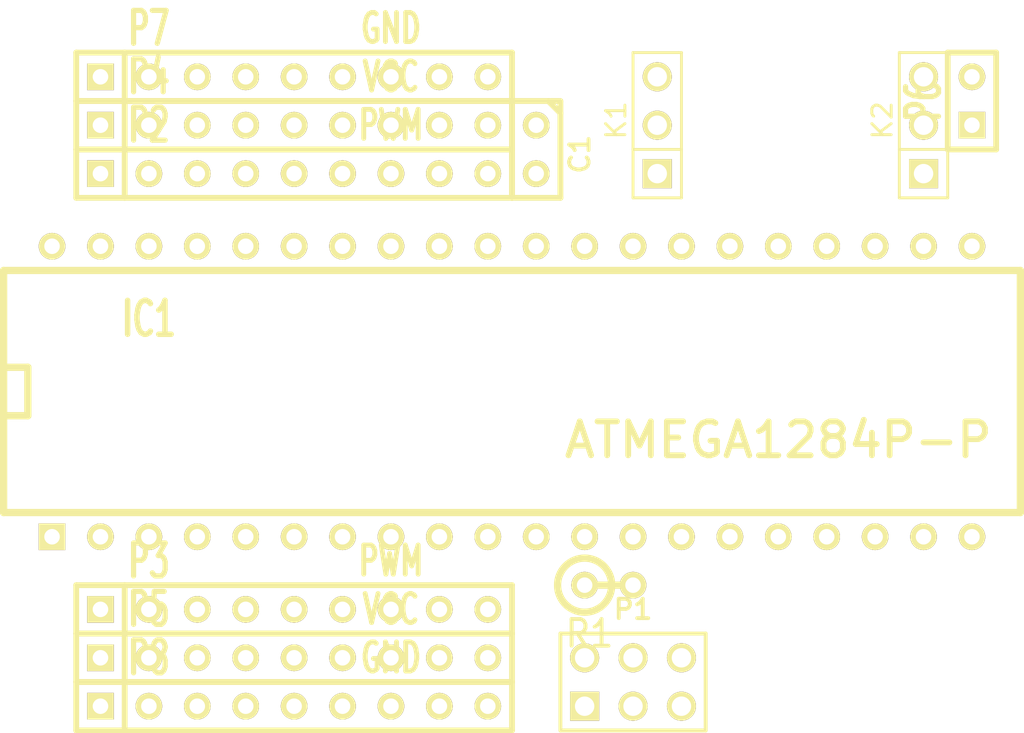
<source format=kicad_pcb>
(kicad_pcb (version 3) (host pcbnew "(2013-dec-23)-stable")

  (general
    (links 72)
    (no_connects 72)
    (area 0 0 0 0)
    (thickness 1.6)
    (drawings 1)
    (tracks 0)
    (zones 0)
    (modules 13)
    (nets 30)
  )

  (page A3)
  (layers
    (15 F.Cu signal)
    (0 B.Cu signal)
    (16 B.Adhes user)
    (17 F.Adhes user)
    (18 B.Paste user)
    (19 F.Paste user)
    (20 B.SilkS user)
    (21 F.SilkS user)
    (22 B.Mask user)
    (23 F.Mask user)
    (24 Dwgs.User user)
    (25 Cmts.User user)
    (26 Eco1.User user)
    (27 Eco2.User user)
    (28 Edge.Cuts user)
  )

  (setup
    (last_trace_width 0.254)
    (trace_clearance 0.254)
    (zone_clearance 0.508)
    (zone_45_only no)
    (trace_min 0.254)
    (segment_width 0.2)
    (edge_width 0.1)
    (via_size 0.889)
    (via_drill 0.635)
    (via_min_size 0.889)
    (via_min_drill 0.508)
    (uvia_size 0.508)
    (uvia_drill 0.127)
    (uvias_allowed no)
    (uvia_min_size 0.508)
    (uvia_min_drill 0.127)
    (pcb_text_width 0.3)
    (pcb_text_size 1.5 1.5)
    (mod_edge_width 0.15)
    (mod_text_size 1 1)
    (mod_text_width 0.15)
    (pad_size 1.5 1.5)
    (pad_drill 0.6)
    (pad_to_mask_clearance 0)
    (aux_axis_origin 0 0)
    (visible_elements FFFFFFBF)
    (pcbplotparams
      (layerselection 3178497)
      (usegerberextensions true)
      (excludeedgelayer true)
      (linewidth 0.150000)
      (plotframeref false)
      (viasonmask false)
      (mode 1)
      (useauxorigin false)
      (hpglpennumber 1)
      (hpglpenspeed 20)
      (hpglpendiameter 15)
      (hpglpenoverlay 2)
      (psnegative false)
      (psa4output false)
      (plotreference true)
      (plotvalue true)
      (plotothertext true)
      (plotinvisibletext false)
      (padsonsilk false)
      (subtractmaskfromsilk false)
      (outputformat 1)
      (mirror false)
      (drillshape 1)
      (scaleselection 1)
      (outputdirectory ""))
  )

  (net 0 "")
  (net 1 GND)
  (net 2 MISO)
  (net 3 MOSI)
  (net 4 N-0000029)
  (net 5 N-000003)
  (net 6 N-0000031)
  (net 7 N-000008)
  (net 8 PWM00)
  (net 9 PWM01)
  (net 10 PWM02)
  (net 11 PWM03)
  (net 12 PWM04)
  (net 13 PWM05)
  (net 14 PWM06)
  (net 15 PWM07)
  (net 16 PWM08)
  (net 17 PWM09)
  (net 18 PWM10)
  (net 19 PWM11)
  (net 20 PWM12)
  (net 21 PWM13)
  (net 22 PWM14)
  (net 23 PWM15)
  (net 24 PWM16)
  (net 25 PWM17)
  (net 26 RESET)
  (net 27 SCK)
  (net 28 VBATT)
  (net 29 VCC)

  (net_class Default "This is the default net class."
    (clearance 0.254)
    (trace_width 0.254)
    (via_dia 0.889)
    (via_drill 0.635)
    (uvia_dia 0.508)
    (uvia_drill 0.127)
    (add_net "")
    (add_net GND)
    (add_net MISO)
    (add_net MOSI)
    (add_net N-0000029)
    (add_net N-000003)
    (add_net N-0000031)
    (add_net N-000008)
    (add_net PWM00)
    (add_net PWM01)
    (add_net PWM02)
    (add_net PWM03)
    (add_net PWM04)
    (add_net PWM05)
    (add_net PWM06)
    (add_net PWM07)
    (add_net PWM08)
    (add_net PWM09)
    (add_net PWM10)
    (add_net PWM11)
    (add_net PWM12)
    (add_net PWM13)
    (add_net PWM14)
    (add_net PWM15)
    (add_net PWM16)
    (add_net PWM17)
    (add_net RESET)
    (add_net SCK)
    (add_net VBATT)
    (add_net VCC)
  )

  (module SIL-9 (layer F.Cu) (tedit 200000) (tstamp 532FA03A)
    (at 72.39 58.42)
    (descr "Connecteur 9 pins")
    (tags "CONN DEV")
    (path /532C96F2)
    (fp_text reference P2 (at -7.62 -2.54) (layer F.SilkS)
      (effects (font (size 1.72974 1.08712) (thickness 0.3048)))
    )
    (fp_text value PWM (at 5.08 -2.54) (layer F.SilkS)
      (effects (font (size 1.524 1.016) (thickness 0.3048)))
    )
    (fp_line (start 11.43 -1.27) (end 11.43 1.27) (layer F.SilkS) (width 0.3048))
    (fp_line (start 11.43 1.27) (end -11.43 1.27) (layer F.SilkS) (width 0.3048))
    (fp_line (start -11.43 1.27) (end -11.43 -1.27) (layer F.SilkS) (width 0.3048))
    (fp_line (start 11.43 -1.27) (end -11.43 -1.27) (layer F.SilkS) (width 0.3048))
    (fp_line (start -8.89 -1.27) (end -8.89 1.27) (layer F.SilkS) (width 0.3048))
    (pad 1 thru_hole rect (at -10.16 0) (size 1.397 1.397) (drill 0.8128)
      (layers *.Cu *.Mask F.SilkS)
      (net 8 PWM00)
    )
    (pad 2 thru_hole circle (at -7.62 0) (size 1.397 1.397) (drill 0.8128)
      (layers *.Cu *.Mask F.SilkS)
      (net 9 PWM01)
    )
    (pad 3 thru_hole circle (at -5.08 0) (size 1.397 1.397) (drill 0.8128)
      (layers *.Cu *.Mask F.SilkS)
      (net 10 PWM02)
    )
    (pad 4 thru_hole circle (at -2.54 0) (size 1.397 1.397) (drill 0.8128)
      (layers *.Cu *.Mask F.SilkS)
      (net 11 PWM03)
    )
    (pad 5 thru_hole circle (at 0 0) (size 1.397 1.397) (drill 0.8128)
      (layers *.Cu *.Mask F.SilkS)
      (net 12 PWM04)
    )
    (pad 6 thru_hole circle (at 2.54 0) (size 1.397 1.397) (drill 0.8128)
      (layers *.Cu *.Mask F.SilkS)
      (net 13 PWM05)
    )
    (pad 7 thru_hole circle (at 5.08 0) (size 1.397 1.397) (drill 0.8128)
      (layers *.Cu *.Mask F.SilkS)
      (net 14 PWM06)
    )
    (pad 8 thru_hole circle (at 7.62 0) (size 1.397 1.397) (drill 0.8128)
      (layers *.Cu *.Mask F.SilkS)
      (net 15 PWM07)
    )
    (pad 9 thru_hole circle (at 10.16 0) (size 1.397 1.397) (drill 0.8128)
      (layers *.Cu *.Mask F.SilkS)
      (net 16 PWM08)
    )
  )

  (module SIL-9 (layer F.Cu) (tedit 200000) (tstamp 532FA04C)
    (at 72.39 81.28)
    (descr "Connecteur 9 pins")
    (tags "CONN DEV")
    (path /532C9705)
    (fp_text reference P3 (at -7.62 -2.54) (layer F.SilkS)
      (effects (font (size 1.72974 1.08712) (thickness 0.3048)))
    )
    (fp_text value PWM (at 5.08 -2.54) (layer F.SilkS)
      (effects (font (size 1.524 1.016) (thickness 0.3048)))
    )
    (fp_line (start 11.43 -1.27) (end 11.43 1.27) (layer F.SilkS) (width 0.3048))
    (fp_line (start 11.43 1.27) (end -11.43 1.27) (layer F.SilkS) (width 0.3048))
    (fp_line (start -11.43 1.27) (end -11.43 -1.27) (layer F.SilkS) (width 0.3048))
    (fp_line (start 11.43 -1.27) (end -11.43 -1.27) (layer F.SilkS) (width 0.3048))
    (fp_line (start -8.89 -1.27) (end -8.89 1.27) (layer F.SilkS) (width 0.3048))
    (pad 1 thru_hole rect (at -10.16 0) (size 1.397 1.397) (drill 0.8128)
      (layers *.Cu *.Mask F.SilkS)
      (net 17 PWM09)
    )
    (pad 2 thru_hole circle (at -7.62 0) (size 1.397 1.397) (drill 0.8128)
      (layers *.Cu *.Mask F.SilkS)
      (net 18 PWM10)
    )
    (pad 3 thru_hole circle (at -5.08 0) (size 1.397 1.397) (drill 0.8128)
      (layers *.Cu *.Mask F.SilkS)
      (net 19 PWM11)
    )
    (pad 4 thru_hole circle (at -2.54 0) (size 1.397 1.397) (drill 0.8128)
      (layers *.Cu *.Mask F.SilkS)
      (net 20 PWM12)
    )
    (pad 5 thru_hole circle (at 0 0) (size 1.397 1.397) (drill 0.8128)
      (layers *.Cu *.Mask F.SilkS)
      (net 21 PWM13)
    )
    (pad 6 thru_hole circle (at 2.54 0) (size 1.397 1.397) (drill 0.8128)
      (layers *.Cu *.Mask F.SilkS)
      (net 22 PWM14)
    )
    (pad 7 thru_hole circle (at 5.08 0) (size 1.397 1.397) (drill 0.8128)
      (layers *.Cu *.Mask F.SilkS)
      (net 23 PWM15)
    )
    (pad 8 thru_hole circle (at 7.62 0) (size 1.397 1.397) (drill 0.8128)
      (layers *.Cu *.Mask F.SilkS)
      (net 24 PWM16)
    )
    (pad 9 thru_hole circle (at 10.16 0) (size 1.397 1.397) (drill 0.8128)
      (layers *.Cu *.Mask F.SilkS)
      (net 25 PWM17)
    )
  )

  (module SIL-9 (layer F.Cu) (tedit 200000) (tstamp 532FA05E)
    (at 72.39 55.88)
    (descr "Connecteur 9 pins")
    (tags "CONN DEV")
    (path /532F9D59)
    (fp_text reference P4 (at -7.62 -2.54) (layer F.SilkS)
      (effects (font (size 1.72974 1.08712) (thickness 0.3048)))
    )
    (fp_text value VCC (at 5.08 -2.54) (layer F.SilkS)
      (effects (font (size 1.524 1.016) (thickness 0.3048)))
    )
    (fp_line (start 11.43 -1.27) (end 11.43 1.27) (layer F.SilkS) (width 0.3048))
    (fp_line (start 11.43 1.27) (end -11.43 1.27) (layer F.SilkS) (width 0.3048))
    (fp_line (start -11.43 1.27) (end -11.43 -1.27) (layer F.SilkS) (width 0.3048))
    (fp_line (start 11.43 -1.27) (end -11.43 -1.27) (layer F.SilkS) (width 0.3048))
    (fp_line (start -8.89 -1.27) (end -8.89 1.27) (layer F.SilkS) (width 0.3048))
    (pad 1 thru_hole rect (at -10.16 0) (size 1.397 1.397) (drill 0.8128)
      (layers *.Cu *.Mask F.SilkS)
      (net 28 VBATT)
    )
    (pad 2 thru_hole circle (at -7.62 0) (size 1.397 1.397) (drill 0.8128)
      (layers *.Cu *.Mask F.SilkS)
      (net 28 VBATT)
    )
    (pad 3 thru_hole circle (at -5.08 0) (size 1.397 1.397) (drill 0.8128)
      (layers *.Cu *.Mask F.SilkS)
      (net 28 VBATT)
    )
    (pad 4 thru_hole circle (at -2.54 0) (size 1.397 1.397) (drill 0.8128)
      (layers *.Cu *.Mask F.SilkS)
      (net 28 VBATT)
    )
    (pad 5 thru_hole circle (at 0 0) (size 1.397 1.397) (drill 0.8128)
      (layers *.Cu *.Mask F.SilkS)
      (net 28 VBATT)
    )
    (pad 6 thru_hole circle (at 2.54 0) (size 1.397 1.397) (drill 0.8128)
      (layers *.Cu *.Mask F.SilkS)
      (net 28 VBATT)
    )
    (pad 7 thru_hole circle (at 5.08 0) (size 1.397 1.397) (drill 0.8128)
      (layers *.Cu *.Mask F.SilkS)
      (net 28 VBATT)
    )
    (pad 8 thru_hole circle (at 7.62 0) (size 1.397 1.397) (drill 0.8128)
      (layers *.Cu *.Mask F.SilkS)
      (net 28 VBATT)
    )
    (pad 9 thru_hole circle (at 10.16 0) (size 1.397 1.397) (drill 0.8128)
      (layers *.Cu *.Mask F.SilkS)
      (net 28 VBATT)
    )
  )

  (module SIL-9 (layer F.Cu) (tedit 200000) (tstamp 532FA070)
    (at 72.39 83.82)
    (descr "Connecteur 9 pins")
    (tags "CONN DEV")
    (path /532F9D5F)
    (fp_text reference P5 (at -7.62 -2.54) (layer F.SilkS)
      (effects (font (size 1.72974 1.08712) (thickness 0.3048)))
    )
    (fp_text value VCC (at 5.08 -2.54) (layer F.SilkS)
      (effects (font (size 1.524 1.016) (thickness 0.3048)))
    )
    (fp_line (start 11.43 -1.27) (end 11.43 1.27) (layer F.SilkS) (width 0.3048))
    (fp_line (start 11.43 1.27) (end -11.43 1.27) (layer F.SilkS) (width 0.3048))
    (fp_line (start -11.43 1.27) (end -11.43 -1.27) (layer F.SilkS) (width 0.3048))
    (fp_line (start 11.43 -1.27) (end -11.43 -1.27) (layer F.SilkS) (width 0.3048))
    (fp_line (start -8.89 -1.27) (end -8.89 1.27) (layer F.SilkS) (width 0.3048))
    (pad 1 thru_hole rect (at -10.16 0) (size 1.397 1.397) (drill 0.8128)
      (layers *.Cu *.Mask F.SilkS)
      (net 28 VBATT)
    )
    (pad 2 thru_hole circle (at -7.62 0) (size 1.397 1.397) (drill 0.8128)
      (layers *.Cu *.Mask F.SilkS)
      (net 28 VBATT)
    )
    (pad 3 thru_hole circle (at -5.08 0) (size 1.397 1.397) (drill 0.8128)
      (layers *.Cu *.Mask F.SilkS)
      (net 28 VBATT)
    )
    (pad 4 thru_hole circle (at -2.54 0) (size 1.397 1.397) (drill 0.8128)
      (layers *.Cu *.Mask F.SilkS)
      (net 28 VBATT)
    )
    (pad 5 thru_hole circle (at 0 0) (size 1.397 1.397) (drill 0.8128)
      (layers *.Cu *.Mask F.SilkS)
      (net 28 VBATT)
    )
    (pad 6 thru_hole circle (at 2.54 0) (size 1.397 1.397) (drill 0.8128)
      (layers *.Cu *.Mask F.SilkS)
      (net 28 VBATT)
    )
    (pad 7 thru_hole circle (at 5.08 0) (size 1.397 1.397) (drill 0.8128)
      (layers *.Cu *.Mask F.SilkS)
      (net 28 VBATT)
    )
    (pad 8 thru_hole circle (at 7.62 0) (size 1.397 1.397) (drill 0.8128)
      (layers *.Cu *.Mask F.SilkS)
      (net 28 VBATT)
    )
    (pad 9 thru_hole circle (at 10.16 0) (size 1.397 1.397) (drill 0.8128)
      (layers *.Cu *.Mask F.SilkS)
      (net 28 VBATT)
    )
  )

  (module SIL-9 (layer F.Cu) (tedit 200000) (tstamp 532FA082)
    (at 72.39 53.34)
    (descr "Connecteur 9 pins")
    (tags "CONN DEV")
    (path /532F9D65)
    (fp_text reference P7 (at -7.62 -2.54) (layer F.SilkS)
      (effects (font (size 1.72974 1.08712) (thickness 0.3048)))
    )
    (fp_text value GND (at 5.08 -2.54) (layer F.SilkS)
      (effects (font (size 1.524 1.016) (thickness 0.3048)))
    )
    (fp_line (start 11.43 -1.27) (end 11.43 1.27) (layer F.SilkS) (width 0.3048))
    (fp_line (start 11.43 1.27) (end -11.43 1.27) (layer F.SilkS) (width 0.3048))
    (fp_line (start -11.43 1.27) (end -11.43 -1.27) (layer F.SilkS) (width 0.3048))
    (fp_line (start 11.43 -1.27) (end -11.43 -1.27) (layer F.SilkS) (width 0.3048))
    (fp_line (start -8.89 -1.27) (end -8.89 1.27) (layer F.SilkS) (width 0.3048))
    (pad 1 thru_hole rect (at -10.16 0) (size 1.397 1.397) (drill 0.8128)
      (layers *.Cu *.Mask F.SilkS)
      (net 1 GND)
    )
    (pad 2 thru_hole circle (at -7.62 0) (size 1.397 1.397) (drill 0.8128)
      (layers *.Cu *.Mask F.SilkS)
      (net 1 GND)
    )
    (pad 3 thru_hole circle (at -5.08 0) (size 1.397 1.397) (drill 0.8128)
      (layers *.Cu *.Mask F.SilkS)
      (net 1 GND)
    )
    (pad 4 thru_hole circle (at -2.54 0) (size 1.397 1.397) (drill 0.8128)
      (layers *.Cu *.Mask F.SilkS)
      (net 1 GND)
    )
    (pad 5 thru_hole circle (at 0 0) (size 1.397 1.397) (drill 0.8128)
      (layers *.Cu *.Mask F.SilkS)
      (net 1 GND)
    )
    (pad 6 thru_hole circle (at 2.54 0) (size 1.397 1.397) (drill 0.8128)
      (layers *.Cu *.Mask F.SilkS)
      (net 1 GND)
    )
    (pad 7 thru_hole circle (at 5.08 0) (size 1.397 1.397) (drill 0.8128)
      (layers *.Cu *.Mask F.SilkS)
      (net 1 GND)
    )
    (pad 8 thru_hole circle (at 7.62 0) (size 1.397 1.397) (drill 0.8128)
      (layers *.Cu *.Mask F.SilkS)
      (net 1 GND)
    )
    (pad 9 thru_hole circle (at 10.16 0) (size 1.397 1.397) (drill 0.8128)
      (layers *.Cu *.Mask F.SilkS)
      (net 1 GND)
    )
  )

  (module SIL-9 (layer F.Cu) (tedit 200000) (tstamp 532FA094)
    (at 72.39 86.36)
    (descr "Connecteur 9 pins")
    (tags "CONN DEV")
    (path /532F9D6B)
    (fp_text reference P8 (at -7.62 -2.54) (layer F.SilkS)
      (effects (font (size 1.72974 1.08712) (thickness 0.3048)))
    )
    (fp_text value GND (at 5.08 -2.54) (layer F.SilkS)
      (effects (font (size 1.524 1.016) (thickness 0.3048)))
    )
    (fp_line (start 11.43 -1.27) (end 11.43 1.27) (layer F.SilkS) (width 0.3048))
    (fp_line (start 11.43 1.27) (end -11.43 1.27) (layer F.SilkS) (width 0.3048))
    (fp_line (start -11.43 1.27) (end -11.43 -1.27) (layer F.SilkS) (width 0.3048))
    (fp_line (start 11.43 -1.27) (end -11.43 -1.27) (layer F.SilkS) (width 0.3048))
    (fp_line (start -8.89 -1.27) (end -8.89 1.27) (layer F.SilkS) (width 0.3048))
    (pad 1 thru_hole rect (at -10.16 0) (size 1.397 1.397) (drill 0.8128)
      (layers *.Cu *.Mask F.SilkS)
      (net 1 GND)
    )
    (pad 2 thru_hole circle (at -7.62 0) (size 1.397 1.397) (drill 0.8128)
      (layers *.Cu *.Mask F.SilkS)
      (net 1 GND)
    )
    (pad 3 thru_hole circle (at -5.08 0) (size 1.397 1.397) (drill 0.8128)
      (layers *.Cu *.Mask F.SilkS)
      (net 1 GND)
    )
    (pad 4 thru_hole circle (at -2.54 0) (size 1.397 1.397) (drill 0.8128)
      (layers *.Cu *.Mask F.SilkS)
      (net 1 GND)
    )
    (pad 5 thru_hole circle (at 0 0) (size 1.397 1.397) (drill 0.8128)
      (layers *.Cu *.Mask F.SilkS)
      (net 1 GND)
    )
    (pad 6 thru_hole circle (at 2.54 0) (size 1.397 1.397) (drill 0.8128)
      (layers *.Cu *.Mask F.SilkS)
      (net 1 GND)
    )
    (pad 7 thru_hole circle (at 5.08 0) (size 1.397 1.397) (drill 0.8128)
      (layers *.Cu *.Mask F.SilkS)
      (net 1 GND)
    )
    (pad 8 thru_hole circle (at 7.62 0) (size 1.397 1.397) (drill 0.8128)
      (layers *.Cu *.Mask F.SilkS)
      (net 1 GND)
    )
    (pad 9 thru_hole circle (at 10.16 0) (size 1.397 1.397) (drill 0.8128)
      (layers *.Cu *.Mask F.SilkS)
      (net 1 GND)
    )
  )

  (module SIL-2 (layer F.Cu) (tedit 200000) (tstamp 532FA09E)
    (at 107.95 54.61 90)
    (descr "Connecteurs 2 pins")
    (tags "CONN DEV")
    (path /532FA2F2)
    (fp_text reference P6 (at 0 -2.54 90) (layer F.SilkS)
      (effects (font (size 1.72974 1.08712) (thickness 0.3048)))
    )
    (fp_text value JUMPER (at 0 -2.54 90) (layer F.SilkS) hide
      (effects (font (size 1.524 1.016) (thickness 0.3048)))
    )
    (fp_line (start -2.54 1.27) (end -2.54 -1.27) (layer F.SilkS) (width 0.3048))
    (fp_line (start -2.54 -1.27) (end 2.54 -1.27) (layer F.SilkS) (width 0.3048))
    (fp_line (start 2.54 -1.27) (end 2.54 1.27) (layer F.SilkS) (width 0.3048))
    (fp_line (start 2.54 1.27) (end -2.54 1.27) (layer F.SilkS) (width 0.3048))
    (pad 1 thru_hole rect (at -1.27 0 90) (size 1.397 1.397) (drill 0.8128)
      (layers *.Cu *.Mask F.SilkS)
      (net 28 VBATT)
    )
    (pad 2 thru_hole circle (at 1.27 0 90) (size 1.397 1.397) (drill 0.8128)
      (layers *.Cu *.Mask F.SilkS)
      (net 7 N-000008)
    )
  )

  (module R1 (layer F.Cu) (tedit 200000) (tstamp 532FA0A6)
    (at 88.9 80.01)
    (descr "Resistance verticale")
    (tags R)
    (path /532C9BB8)
    (autoplace_cost90 10)
    (autoplace_cost180 10)
    (fp_text reference R1 (at -1.016 2.54) (layer F.SilkS)
      (effects (font (size 1.397 1.27) (thickness 0.2032)))
    )
    (fp_text value 1k (at -1.143 2.54) (layer F.SilkS) hide
      (effects (font (size 1.397 1.27) (thickness 0.2032)))
    )
    (fp_line (start -1.27 0) (end 1.27 0) (layer F.SilkS) (width 0.381))
    (fp_circle (center -1.27 0) (end -0.635 1.27) (layer F.SilkS) (width 0.381))
    (pad 1 thru_hole circle (at -1.27 0) (size 1.397 1.397) (drill 0.8128)
      (layers *.Cu *.Mask F.SilkS)
      (net 26 RESET)
    )
    (pad 2 thru_hole circle (at 1.27 0) (size 1.397 1.397) (drill 0.8128)
      (layers *.Cu *.Mask F.SilkS)
      (net 29 VCC)
    )
    (model discret/verti_resistor.wrl
      (at (xyz 0 0 0))
      (scale (xyz 1 1 1))
      (rotate (xyz 0 0 0))
    )
  )

  (module pin_array_3x2 (layer F.Cu) (tedit 42931587) (tstamp 532FA0B4)
    (at 90.17 85.09)
    (descr "Double rangee de contacts 2 x 4 pins")
    (tags CONN)
    (path /532FA2B1)
    (fp_text reference P1 (at 0 -3.81) (layer F.SilkS)
      (effects (font (size 1.016 1.016) (thickness 0.2032)))
    )
    (fp_text value PROG (at 0 3.81) (layer F.SilkS) hide
      (effects (font (size 1.016 1.016) (thickness 0.2032)))
    )
    (fp_line (start 3.81 2.54) (end -3.81 2.54) (layer F.SilkS) (width 0.2032))
    (fp_line (start -3.81 -2.54) (end 3.81 -2.54) (layer F.SilkS) (width 0.2032))
    (fp_line (start 3.81 -2.54) (end 3.81 2.54) (layer F.SilkS) (width 0.2032))
    (fp_line (start -3.81 2.54) (end -3.81 -2.54) (layer F.SilkS) (width 0.2032))
    (pad 1 thru_hole rect (at -2.54 1.27) (size 1.524 1.524) (drill 1.016)
      (layers *.Cu *.Mask F.SilkS)
      (net 2 MISO)
    )
    (pad 2 thru_hole circle (at -2.54 -1.27) (size 1.524 1.524) (drill 1.016)
      (layers *.Cu *.Mask F.SilkS)
      (net 29 VCC)
    )
    (pad 3 thru_hole circle (at 0 1.27) (size 1.524 1.524) (drill 1.016)
      (layers *.Cu *.Mask F.SilkS)
      (net 27 SCK)
    )
    (pad 4 thru_hole circle (at 0 -1.27) (size 1.524 1.524) (drill 1.016)
      (layers *.Cu *.Mask F.SilkS)
      (net 3 MOSI)
    )
    (pad 5 thru_hole circle (at 2.54 1.27) (size 1.524 1.524) (drill 1.016)
      (layers *.Cu *.Mask F.SilkS)
      (net 26 RESET)
    )
    (pad 6 thru_hole circle (at 2.54 -1.27) (size 1.524 1.524) (drill 1.016)
      (layers *.Cu *.Mask F.SilkS)
      (net 1 GND)
    )
    (model pin_array/pins_array_3x2.wrl
      (at (xyz 0 0 0))
      (scale (xyz 1 1 1))
      (rotate (xyz 0 0 0))
    )
  )

  (module PIN_ARRAY_3X1 (layer F.Cu) (tedit 4C1130E0) (tstamp 532FA0C0)
    (at 91.44 55.88 90)
    (descr "Connecteur 3 pins")
    (tags "CONN DEV")
    (path /532EDC04)
    (fp_text reference K1 (at 0.254 -2.159 90) (layer F.SilkS)
      (effects (font (size 1.016 1.016) (thickness 0.1524)))
    )
    (fp_text value RESONATOR (at 0 -2.159 90) (layer F.SilkS) hide
      (effects (font (size 1.016 1.016) (thickness 0.1524)))
    )
    (fp_line (start -3.81 1.27) (end -3.81 -1.27) (layer F.SilkS) (width 0.1524))
    (fp_line (start -3.81 -1.27) (end 3.81 -1.27) (layer F.SilkS) (width 0.1524))
    (fp_line (start 3.81 -1.27) (end 3.81 1.27) (layer F.SilkS) (width 0.1524))
    (fp_line (start 3.81 1.27) (end -3.81 1.27) (layer F.SilkS) (width 0.1524))
    (fp_line (start -1.27 -1.27) (end -1.27 1.27) (layer F.SilkS) (width 0.1524))
    (pad 1 thru_hole rect (at -2.54 0 90) (size 1.524 1.524) (drill 1.016)
      (layers *.Cu *.Mask F.SilkS)
      (net 6 N-0000031)
    )
    (pad 2 thru_hole circle (at 0 0 90) (size 1.524 1.524) (drill 1.016)
      (layers *.Cu *.Mask F.SilkS)
      (net 1 GND)
    )
    (pad 3 thru_hole circle (at 2.54 0 90) (size 1.524 1.524) (drill 1.016)
      (layers *.Cu *.Mask F.SilkS)
      (net 4 N-0000029)
    )
    (model pin_array/pins_array_3x1.wrl
      (at (xyz 0 0 0))
      (scale (xyz 1 1 1))
      (rotate (xyz 0 0 0))
    )
  )

  (module PIN_ARRAY_3X1 (layer F.Cu) (tedit 4C1130E0) (tstamp 532FA0CC)
    (at 105.41 55.88 90)
    (descr "Connecteur 3 pins")
    (tags "CONN DEV")
    (path /532FA3B6)
    (fp_text reference K2 (at 0.254 -2.159 90) (layer F.SilkS)
      (effects (font (size 1.016 1.016) (thickness 0.1524)))
    )
    (fp_text value REGUL (at 0 -2.159 90) (layer F.SilkS) hide
      (effects (font (size 1.016 1.016) (thickness 0.1524)))
    )
    (fp_line (start -3.81 1.27) (end -3.81 -1.27) (layer F.SilkS) (width 0.1524))
    (fp_line (start -3.81 -1.27) (end 3.81 -1.27) (layer F.SilkS) (width 0.1524))
    (fp_line (start 3.81 -1.27) (end 3.81 1.27) (layer F.SilkS) (width 0.1524))
    (fp_line (start 3.81 1.27) (end -3.81 1.27) (layer F.SilkS) (width 0.1524))
    (fp_line (start -1.27 -1.27) (end -1.27 1.27) (layer F.SilkS) (width 0.1524))
    (pad 1 thru_hole rect (at -2.54 0 90) (size 1.524 1.524) (drill 1.016)
      (layers *.Cu *.Mask F.SilkS)
      (net 1 GND)
    )
    (pad 2 thru_hole circle (at 0 0 90) (size 1.524 1.524) (drill 1.016)
      (layers *.Cu *.Mask F.SilkS)
      (net 29 VCC)
    )
    (pad 3 thru_hole circle (at 2.54 0 90) (size 1.524 1.524) (drill 1.016)
      (layers *.Cu *.Mask F.SilkS)
      (net 7 N-000008)
    )
    (model pin_array/pins_array_3x1.wrl
      (at (xyz 0 0 0))
      (scale (xyz 1 1 1))
      (rotate (xyz 0 0 0))
    )
  )

  (module C1 (layer F.Cu) (tedit 3F92C496) (tstamp 532FA0D7)
    (at 85.09 57.15 270)
    (descr "Condensateur e = 1 pas")
    (tags C)
    (path /532EDCAD)
    (fp_text reference C1 (at 0.254 -2.286 270) (layer F.SilkS)
      (effects (font (size 1.016 1.016) (thickness 0.2032)))
    )
    (fp_text value C (at 0 -2.286 270) (layer F.SilkS) hide
      (effects (font (size 1.016 1.016) (thickness 0.2032)))
    )
    (fp_line (start -2.4892 -1.27) (end 2.54 -1.27) (layer F.SilkS) (width 0.3048))
    (fp_line (start 2.54 -1.27) (end 2.54 1.27) (layer F.SilkS) (width 0.3048))
    (fp_line (start 2.54 1.27) (end -2.54 1.27) (layer F.SilkS) (width 0.3048))
    (fp_line (start -2.54 1.27) (end -2.54 -1.27) (layer F.SilkS) (width 0.3048))
    (fp_line (start -2.54 -0.635) (end -1.905 -1.27) (layer F.SilkS) (width 0.3048))
    (pad 1 thru_hole circle (at -1.27 0 270) (size 1.397 1.397) (drill 0.8128)
      (layers *.Cu *.Mask F.SilkS)
      (net 1 GND)
    )
    (pad 2 thru_hole circle (at 1.27 0 270) (size 1.397 1.397) (drill 0.8128)
      (layers *.Cu *.Mask F.SilkS)
      (net 5 N-000003)
    )
    (model discret/capa_1_pas.wrl
      (at (xyz 0 0 0))
      (scale (xyz 1 1 1))
      (rotate (xyz 0 0 0))
    )
  )

  (module DIP-40__600 (layer F.Cu) (tedit 200000) (tstamp 532FA10A)
    (at 83.82 69.85)
    (descr "Module Dil 40 pins, pads ronds, e=600 mils")
    (tags DIL)
    (path /532C95F4)
    (fp_text reference IC1 (at -19.05 -3.81) (layer F.SilkS)
      (effects (font (size 1.778 1.143) (thickness 0.3048)))
    )
    (fp_text value ATMEGA1284P-P (at 13.97 2.54) (layer F.SilkS)
      (effects (font (size 1.778 1.778) (thickness 0.3048)))
    )
    (fp_line (start -26.67 -1.27) (end -25.4 -1.27) (layer F.SilkS) (width 0.381))
    (fp_line (start -25.4 -1.27) (end -25.4 1.27) (layer F.SilkS) (width 0.381))
    (fp_line (start -25.4 1.27) (end -26.67 1.27) (layer F.SilkS) (width 0.381))
    (fp_line (start -26.67 -6.35) (end 26.67 -6.35) (layer F.SilkS) (width 0.381))
    (fp_line (start 26.67 -6.35) (end 26.67 6.35) (layer F.SilkS) (width 0.381))
    (fp_line (start 26.67 6.35) (end -26.67 6.35) (layer F.SilkS) (width 0.381))
    (fp_line (start -26.67 6.35) (end -26.67 -6.35) (layer F.SilkS) (width 0.381))
    (pad 1 thru_hole rect (at -24.13 7.62) (size 1.397 1.397) (drill 0.8128)
      (layers *.Cu *.Mask F.SilkS)
      (net 15 PWM07)
    )
    (pad 2 thru_hole circle (at -21.59 7.62) (size 1.397 1.397) (drill 0.8128)
      (layers *.Cu *.Mask F.SilkS)
      (net 16 PWM08)
    )
    (pad 3 thru_hole circle (at -19.05 7.62) (size 1.397 1.397) (drill 0.8128)
      (layers *.Cu *.Mask F.SilkS)
      (net 17 PWM09)
    )
    (pad 4 thru_hole circle (at -16.51 7.62) (size 1.397 1.397) (drill 0.8128)
      (layers *.Cu *.Mask F.SilkS)
      (net 18 PWM10)
    )
    (pad 5 thru_hole circle (at -13.97 7.62) (size 1.397 1.397) (drill 0.8128)
      (layers *.Cu *.Mask F.SilkS)
      (net 25 PWM17)
    )
    (pad 6 thru_hole circle (at -11.43 7.62) (size 1.397 1.397) (drill 0.8128)
      (layers *.Cu *.Mask F.SilkS)
      (net 3 MOSI)
    )
    (pad 7 thru_hole circle (at -8.89 7.62) (size 1.397 1.397) (drill 0.8128)
      (layers *.Cu *.Mask F.SilkS)
      (net 2 MISO)
    )
    (pad 8 thru_hole circle (at -6.35 7.62) (size 1.397 1.397) (drill 0.8128)
      (layers *.Cu *.Mask F.SilkS)
      (net 27 SCK)
    )
    (pad 9 thru_hole circle (at -3.81 7.62) (size 1.397 1.397) (drill 0.8128)
      (layers *.Cu *.Mask F.SilkS)
      (net 26 RESET)
    )
    (pad 10 thru_hole circle (at -1.27 7.62) (size 1.397 1.397) (drill 0.8128)
      (layers *.Cu *.Mask F.SilkS)
      (net 29 VCC)
    )
    (pad 11 thru_hole circle (at 1.27 7.62) (size 1.397 1.397) (drill 0.8128)
      (layers *.Cu *.Mask F.SilkS)
      (net 1 GND)
    )
    (pad 12 thru_hole circle (at 3.81 7.62) (size 1.397 1.397) (drill 0.8128)
      (layers *.Cu *.Mask F.SilkS)
      (net 4 N-0000029)
    )
    (pad 13 thru_hole circle (at 6.35 7.62) (size 1.397 1.397) (drill 0.8128)
      (layers *.Cu *.Mask F.SilkS)
      (net 6 N-0000031)
    )
    (pad 14 thru_hole circle (at 8.89 7.62) (size 1.397 1.397) (drill 0.8128)
      (layers *.Cu *.Mask F.SilkS)
    )
    (pad 15 thru_hole circle (at 11.43 7.62) (size 1.397 1.397) (drill 0.8128)
      (layers *.Cu *.Mask F.SilkS)
    )
    (pad 16 thru_hole circle (at 13.97 7.62) (size 1.397 1.397) (drill 0.8128)
      (layers *.Cu *.Mask F.SilkS)
    )
    (pad 17 thru_hole circle (at 16.51 7.62) (size 1.397 1.397) (drill 0.8128)
      (layers *.Cu *.Mask F.SilkS)
    )
    (pad 18 thru_hole circle (at 19.05 7.62) (size 1.397 1.397) (drill 0.8128)
      (layers *.Cu *.Mask F.SilkS)
    )
    (pad 19 thru_hole circle (at 21.59 7.62) (size 1.397 1.397) (drill 0.8128)
      (layers *.Cu *.Mask F.SilkS)
    )
    (pad 20 thru_hole circle (at 24.13 7.62) (size 1.397 1.397) (drill 0.8128)
      (layers *.Cu *.Mask F.SilkS)
    )
    (pad 21 thru_hole circle (at 24.13 -7.62) (size 1.397 1.397) (drill 0.8128)
      (layers *.Cu *.Mask F.SilkS)
    )
    (pad 22 thru_hole circle (at 21.59 -7.62) (size 1.397 1.397) (drill 0.8128)
      (layers *.Cu *.Mask F.SilkS)
    )
    (pad 23 thru_hole circle (at 19.05 -7.62) (size 1.397 1.397) (drill 0.8128)
      (layers *.Cu *.Mask F.SilkS)
    )
    (pad 24 thru_hole circle (at 16.51 -7.62) (size 1.397 1.397) (drill 0.8128)
      (layers *.Cu *.Mask F.SilkS)
      (net 24 PWM16)
    )
    (pad 25 thru_hole circle (at 13.97 -7.62) (size 1.397 1.397) (drill 0.8128)
      (layers *.Cu *.Mask F.SilkS)
      (net 23 PWM15)
    )
    (pad 26 thru_hole circle (at 11.43 -7.62) (size 1.397 1.397) (drill 0.8128)
      (layers *.Cu *.Mask F.SilkS)
      (net 22 PWM14)
    )
    (pad 27 thru_hole circle (at 8.89 -7.62) (size 1.397 1.397) (drill 0.8128)
      (layers *.Cu *.Mask F.SilkS)
      (net 21 PWM13)
    )
    (pad 28 thru_hole circle (at 6.35 -7.62) (size 1.397 1.397) (drill 0.8128)
      (layers *.Cu *.Mask F.SilkS)
      (net 20 PWM12)
    )
    (pad 29 thru_hole circle (at 3.81 -7.62) (size 1.397 1.397) (drill 0.8128)
      (layers *.Cu *.Mask F.SilkS)
      (net 19 PWM11)
    )
    (pad 30 thru_hole circle (at 1.27 -7.62) (size 1.397 1.397) (drill 0.8128)
      (layers *.Cu *.Mask F.SilkS)
      (net 29 VCC)
    )
    (pad 31 thru_hole circle (at -1.27 -7.62) (size 1.397 1.397) (drill 0.8128)
      (layers *.Cu *.Mask F.SilkS)
      (net 1 GND)
    )
    (pad 32 thru_hole circle (at -3.81 -7.62) (size 1.397 1.397) (drill 0.8128)
      (layers *.Cu *.Mask F.SilkS)
      (net 5 N-000003)
    )
    (pad 33 thru_hole circle (at -6.35 -7.62) (size 1.397 1.397) (drill 0.8128)
      (layers *.Cu *.Mask F.SilkS)
    )
    (pad 34 thru_hole circle (at -8.89 -7.62) (size 1.397 1.397) (drill 0.8128)
      (layers *.Cu *.Mask F.SilkS)
      (net 14 PWM06)
    )
    (pad 35 thru_hole circle (at -11.43 -7.62) (size 1.397 1.397) (drill 0.8128)
      (layers *.Cu *.Mask F.SilkS)
      (net 13 PWM05)
    )
    (pad 36 thru_hole circle (at -13.97 -7.62) (size 1.397 1.397) (drill 0.8128)
      (layers *.Cu *.Mask F.SilkS)
      (net 12 PWM04)
    )
    (pad 37 thru_hole circle (at -16.51 -7.62) (size 1.397 1.397) (drill 0.8128)
      (layers *.Cu *.Mask F.SilkS)
      (net 11 PWM03)
    )
    (pad 38 thru_hole circle (at -19.05 -7.62) (size 1.397 1.397) (drill 0.8128)
      (layers *.Cu *.Mask F.SilkS)
      (net 10 PWM02)
    )
    (pad 39 thru_hole circle (at -21.59 -7.62) (size 1.397 1.397) (drill 0.8128)
      (layers *.Cu *.Mask F.SilkS)
      (net 9 PWM01)
    )
    (pad 40 thru_hole circle (at -24.13 -7.62) (size 1.397 1.397) (drill 0.8128)
      (layers *.Cu *.Mask F.SilkS)
      (net 8 PWM00)
    )
    (model dil/dil_40-w600.wrl
      (at (xyz 0 0 0))
      (scale (xyz 1 1 1))
      (rotate (xyz 0 0 0))
    )
  )

  (dimension 49.53 (width 0.3) (layer Cmts.User)
    (gr_text "1.9500 in" (at 83.82 83.899999) (layer Cmts.User)
      (effects (font (size 1.5 1.5) (thickness 0.3)))
    )
    (feature1 (pts (xy 108.585 78.74) (xy 108.585 85.249999)))
    (feature2 (pts (xy 59.055 78.74) (xy 59.055 85.249999)))
    (crossbar (pts (xy 59.055 82.549999) (xy 108.585 82.549999)))
    (arrow1a (pts (xy 108.585 82.549999) (xy 107.458497 83.136419)))
    (arrow1b (pts (xy 108.585 82.549999) (xy 107.458497 81.963579)))
    (arrow2a (pts (xy 59.055 82.549999) (xy 60.181503 83.136419)))
    (arrow2b (pts (xy 59.055 82.549999) (xy 60.181503 81.963579)))
  )

)

</source>
